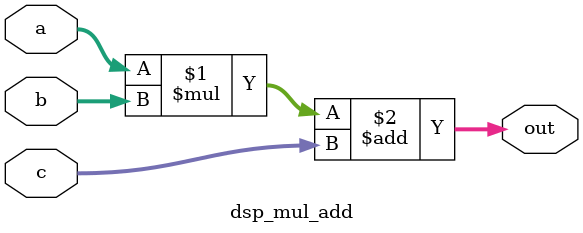
<source format=sv>
module dsp_mul_add(
    input [15:0] a,
    input [15:0] b,
    input [31:0] c,
    output [31:0] out 
);

    assign out = a*b+c;

endmodule

</source>
